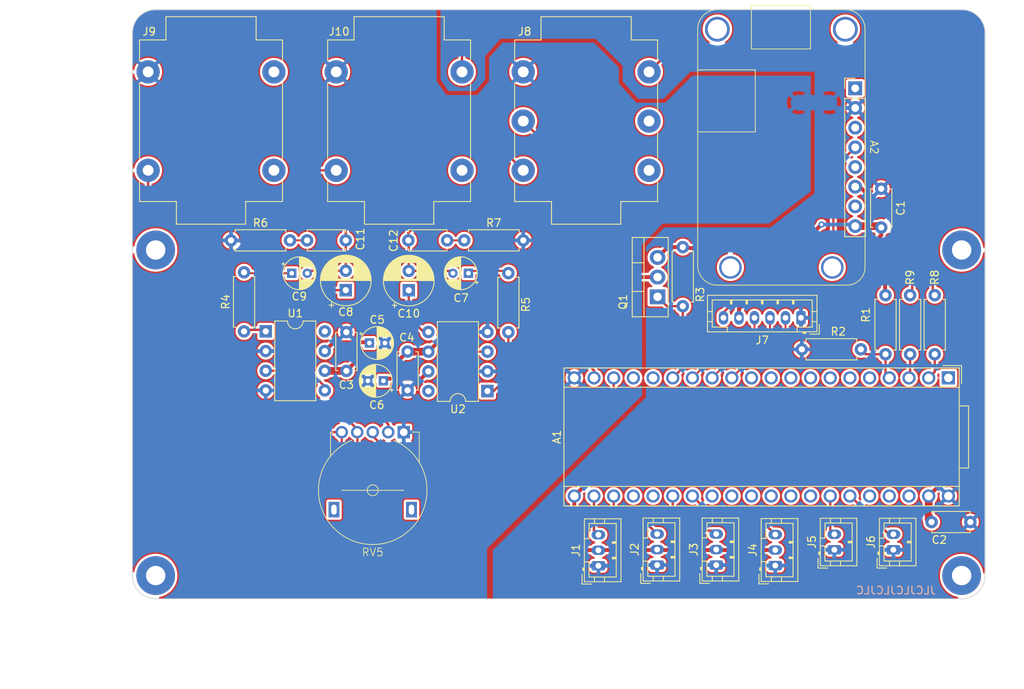
<source format=kicad_pcb>
(kicad_pcb (version 20221018) (generator pcbnew)
  (title_block (title "Olm") (date "2023-09-09") (rev "1.0") (company "Eric Max Kaplin"))
  (layers (0 "F.Cu" mixed) (31 "B.Cu" mixed) (34 "B.Paste" user) (35 "F.Paste" user) (36 "B.SilkS" user "B.Silkscreen") (37 "F.SilkS" user "F.Silkscreen") (38 "B.Mask" user) (39 "F.Mask" user) (44 "Edge.Cuts" user))
  (net 0 "")
  (net 3 "GNDD")
  (net 4 "/LED_PWR_R")
  (net 5 "/LED_PWR_G")
  (net 6 "/LED_PWR_B")
  (net 9 "+3V3")
  (net 10 "/POT1")
  (net 11 "/POT2")
  (net 12 "/POT3")
  (net 13 "/POT4")
  (net 16 "STEREO_SW")
  (net 23 "+5V")
  (net 24 "/TAC_SWITCH_1")
  (net 25 "/TAC_SWITCH_2")
  (net 30 "/PWR_SWITCH")
  (net 31 "HEADPHONE_SW")
  (net 33 "Net-(A2-Low_Battery_Output)")
  (net 34 "GNDA")
  (net 35 "AUDIO_OUT_R")
  (net 36 "AUDIO_OUT_L")
  (net 37 "HEADPHONE_GATE")
  (net 38 "/LOW_BAT")
  (net 41 "+5VA")
  (net 42 "Net-(U1-BYPASS)")
  (net 43 "Net-(U2-BYPASS)")
  (net 44 "Net-(C9-Pad1)")
  (net 45 "/Headphone Amp/HEADPHONE_OUT_R")
  (net 46 "Net-(C11-Pad2)")
  (net 47 "Net-(C7-Pad1)")
  (net 48 "/Headphone Amp/HEADPHONE_OUT_L")
  (net 49 "Net-(C8-Pad1)")
  (net 50 "Net-(C12-Pad1)")
  (net 51 "Net-(C10-Pad1)")
  (net 52 "Net-(J8-PadSN)")
  (net 55 "Net-(J10-PadSN)")
  (net 57 "Net-(R4-Pad1)")
  (net 58 "Net-(R5-Pad1)")
  (net 59 "Net-(U1-+)")
  (net 62 "Net-(RV5-2')")
  (footprint "Capacitor_THT:CP_Radial_D4.0mm_P2.00mm" (layer "F.Cu") (at 94.072026 106.5)
    (fp_text reference "C5" (at 1 -3) (layer "F.SilkS"))
    (fp_text value "10uF")
    (pad "1" thru_hole rect (at 0 0) (size 1.2 1.2) (drill 0.6) (layers "*.Cu" "*.Mask") (net 42 "Net-(U1-BYPASS)"))
    (pad "2" thru_hole circle (at 2 0) (size 1.2 1.2) (drill 0.6) (layers "*.Cu" "*.Mask") (net 34 "GNDA"))
  )
  (footprint "MountingHole:MountingHole_2.5mm_Pad" (layer "F.Cu") (at 66.5 94.5)
    (fp_text reference "H1" hide)
    (fp_text value "MountingHole")
    (pad "1" thru_hole circle (at 0 0) (size 5 5) (drill 2.5) (layers "*.Cu" "*.Mask"))
  )
  (footprint "Connector_JST:JST_PH_B3B-PH-K_1x03_P2.00mm_Vertical" (layer "F.Cu") (at 123.613 135.241233 90)
    (fp_text reference "J1" (at 2 -2.9 90) (layer "F.SilkS"))
    (fp_text value "JST B3B-PH-K")
    (pad "1" thru_hole roundrect (at 0 0 90) (size 1.2 1.75) (drill 0.75) (layers "*.Cu" "*.Mask") (roundrect_rratio 0.2083333333) (net 3 "GNDD"))
    (pad "2" thru_hole oval (at 2 0 90) (size 1.2 1.75) (drill 0.75) (layers "*.Cu" "*.Mask") (net 9 "+3V3"))
    (pad "3" thru_hole oval (at 4 0 90) (size 1.2 1.75) (drill 0.75) (layers "*.Cu" "*.Mask") (net 10 "/POT1"))
  )
  (footprint "Connector_JST:JST_PH_B3B-PH-K_1x03_P2.00mm_Vertical" (layer "F.Cu") (at 131.191 135.145233 90)
    (fp_text reference "J2" (at 2 -2.9 90) (layer "F.SilkS"))
    (fp_text value "JST B3B-PH-K")
    (pad "1" thru_hole roundrect (at 0 0 90) (size 1.2 1.75) (drill 0.75) (layers "*.Cu" "*.Mask") (roundrect_rratio 0.2083333333) (net 3 "GNDD"))
    (pad "2" thru_hole oval (at 2 0 90) (size 1.2 1.75) (drill 0.75) (layers "*.Cu" "*.Mask") (net 9 "+3V3"))
    (pad "3" thru_hole oval (at 4 0 90) (size 1.2 1.75) (drill 0.75) (layers "*.Cu" "*.Mask") (net 11 "/POT2"))
  )
  (footprint "Resistor_THT:R_Axial_DIN0207_L6.3mm_D2.5mm_P7.62mm_Horizontal" (layer "F.Cu") (at 167.005 107.95 90)
    (fp_text reference "R8" (at 9.906 0 90) (layer "F.SilkS"))
    (fp_text value "100")
    (pad "1" thru_hole circle (at 0 0 90) (size 1.6 1.6) (drill 0.8) (layers "*.Cu" "*.Mask") (net 31 "HEADPHONE_SW"))
    (pad "2" thru_hole oval (at 7.62 0 90) (size 1.6 1.6) (drill 0.8) (layers "*.Cu" "*.Mask") (net 52 "Net-(J8-PadSN)"))
  )
  (footprint "Connector_JST:JST_PH_B6B-PH-K_1x06_P2.00mm_Vertical" (layer "F.Cu") (at 149.75 103.25 180)
    (fp_text reference "J7" (at 5 -2.9 180) (layer "F.SilkS"))
    (fp_text value "JST B5B-PH-K")
    (pad "1" thru_hole roundrect (at 0 0 180) (size 1.2 1.75) (drill 0.75) (layers "*.Cu" "*.Mask") (roundrect_rratio 0.2083333333) (net 3 "GNDD"))
    (pad "2" thru_hole oval (at 2 0 180) (size 1.2 1.75) (drill 0.75) (layers "*.Cu" "*.Mask") (net 4 "/LED_PWR_R"))
    (pad "3" thru_hole oval (at 4 0 180) (size 1.2 1.75) (drill 0.75) (layers "*.Cu" "*.Mask") (net 5 "/LED_PWR_G"))
    (pad "4" thru_hole oval (at 6 0 180) (size 1.2 1.75) (drill 0.75) (layers "*.Cu" "*.Mask") (net 6 "/LED_PWR_B"))
    (pad "5" thru_hole oval (at 8 0 180) (size 1.2 1.75) (drill 0.75) (layers "*.Cu" "*.Mask") (net 9 "+3V3"))
    (pad "6" thru_hole oval (at 10 0 180) (size 1.2 1.75) (drill 0.75) (layers "*.Cu" "*.Mask") (net 30 "/PWR_SWITCH"))
  )
  (footprint "Resistor_THT:R_Axial_DIN0207_L6.3mm_D2.5mm_P7.62mm_Horizontal" (layer "F.Cu") (at 83.834626 93.26 180)
    (fp_text reference "R6" (at 3.81 2.25) (layer "F.SilkS"))
    (fp_text value "10")
    (pad "1" thru_hole circle (at 0 0 180) (size 1.6 1.6) (drill 0.8) (layers "*.Cu" "*.Mask") (net 46 "Net-(C11-Pad2)"))
    (pad "2" thru_hole oval (at 7.62 0 180) (size 1.6 1.6) (drill 0.8) (layers "*.Cu" "*.Mask") (net 34 "GNDA"))
  )
  (footprint "Capacitor_THT:C_Disc_D4.7mm_W2.5mm_P5.00mm" (layer "F.Cu") (at 160.1 86.6 -90)
    (fp_text reference "C1" (at 2.5 -2.5 90) (layer "F.SilkS"))
    (fp_text value "0.01uF")
    (pad "1" thru_hole circle (at 0 0 270) (size 1.6 1.6) (drill 0.8) (layers "*.Cu" "*.Mask") (net 3 "GNDD"))
    (pad "2" thru_hole circle (at 5 0 270) (size 1.6 1.6) (drill 0.8) (layers "*.Cu" "*.Mask") (net 23 "+5V"))
  )
  (footprint "Capacitor_THT:C_Disc_D4.7mm_W2.5mm_P5.00mm" (layer "F.Cu") (at 166.6 129.6)
    (fp_text reference "C2" (at 1 2.3) (layer "F.SilkS"))
    (fp_text value "0.1uF")
    (pad "1" thru_hole circle (at 0 0) (size 1.6 1.6) (drill 0.8) (layers "*.Cu" "*.Mask") (net 23 "+5V"))
    (pad "2" thru_hole circle (at 5 0) (size 1.6 1.6) (drill 0.8) (layers "*.Cu" "*.Mask") (net 3 "GNDD"))
  )
  (footprint "Capacitor_THT:CP_Radial_D6.3mm_P2.50mm" (layer "F.Cu") (at 99.15 99.7 90)
    (fp_text reference "C10" (at -3 0 180) (layer "F.SilkS"))
    (fp_text value "220uF")
    (pad "1" thru_hole rect (at 0 0 90) (size 1.6 1.6) (drill 0.8) (layers "*.Cu" "*.Mask") (net 51 "Net-(C10-Pad1)"))
    (pad "2" thru_hole circle (at 2.5 0 90) (size 1.6 1.6) (drill 0.8) (layers "*.Cu" "*.Mask") (net 45 "/Headphone Amp/HEADPHONE_OUT_R"))
  )
  (footprint "Connector_JST:JST_PH_B2B-PH-K_1x02_P2.00mm_Vertical" (layer "F.Cu") (at 161.671 133.177233 90)
    (fp_text reference "J6" (at 1 -2.9 90) (layer "F.SilkS"))
    (fp_text value "JST B2B-PH-K")
    (pad "1" thru_hole roundrect (at 0 0 90) (size 1.2 1.75) (drill 0.75) (layers "*.Cu" "*.Mask") (roundrect_rratio 0.2083333333) (net 3 "GNDD"))
    (pad "2" thru_hole oval (at 2 0 90) (size 1.2 1.75) (drill 0.75) (layers "*.Cu" "*.Mask") (net 25 "/TAC_SWITCH_2"))
  )
  (footprint "Capacitor_THT:C_Disc_D4.7mm_W2.5mm_P5.00mm" (layer "F.Cu") (at 91.1 105.1 -90)
    (fp_text reference "C3" (at 6.8 0 -180) (layer "F.SilkS"))
    (fp_text value "0.01uF")
    (pad "1" thru_hole circle (at 0 0 270) (size 1.6 1.6) (drill 0.8) (layers "*.Cu" "*.Mask") (net 34 "GNDA"))
    (pad "2" thru_hole circle (at 5 0 270) (size 1.6 1.6) (drill 0.8) (layers "*.Cu" "*.Mask") (net 41 "+5VA"))
  )
  (footprint "UserLibrary:PowerBoost 500C" (layer "F.Cu") (at 147.1584 81.259633 -90)
    (fp_text reference "A2" (at 0 -12.0234 -90 unlocked) (layer "F.SilkS") (effects (font (thickness 0.125))))
    (fp_text value "Adafruit PowerBoost 500C")
    (pad "" thru_hole circle (at -15.24 -8.315 270) (size 3.2 3.2) (drill 2.5) (layers "*.Cu" "*.Mask"))
    (pad "" thru_hole circle (at -15.24 8.195 270) (size 3.2 3.2) (drill 2.5) (layers "*.Cu" "*.Mask"))
    (pad "" thru_hole circle (at 15.494 -6.63 180) (size 2.9 2.9) (drill 2.3) (layers "*.Cu" "*.Mask"))
    (pad "" thru_hole circle (at 15.494 6.51) (size 2.9 2.9) (drill 2.3) (layers "*.Cu" "*.Mask"))
    (pad "1" thru_hole rect (at -7.62 -9.585) (size 1.778 1.778) (drill 1) (layers "*.Cu" "*.Mask"))
    (pad "2" thru_hole circle (at -5.08 -9.585) (size 1.778 1.778) (drill 1) (layers "*.Cu" "*.Mask") (net 3 "GNDD"))
    (pad "3" thru_hole circle (at -2.54 -9.585) (size 1.778 1.778) (drill 1.016) (layers "*.Cu" "*.Mask"))
    (pad "4" thru_hole circle (at 0 -9.585) (size 1.778 1.778) (drill 1.016) (layers "*.Cu" "*.Mask") (net 30 "/PWR_SWITCH"))
    (pad "5" thru_hole circle (at 2.54 -9.585) (size 1.778 1.778) (drill 1.016) (layers "*.Cu" "*.Mask"))
    (pad "6" thru_hole circle (at 5.08 -9.585) (size 1.778 1.778) (drill 1.016) (layers "*.Cu" "*.Mask") (net 33 "Net-(A2-Low_Battery_Output)"))
    (pad "7" thru_hole circle (at 7.62 -9.585) (size 1.778 1.778) (drill 1.016) (layers "*.Cu" "*.Mask"))
    (pad "8" thru_hole circle (at 10.16 -9.585) (size 1.778 1.778) (drill 1.016) (layers "*.Cu" "*.Mask") (net 23 "+5V"))
  )
  (footprint "Capacitor_THT:CP_Radial_D4.0mm_P2.00mm" (layer "F.Cu") (at 106.85 97.5 180)
    (fp_text reference "C7" (at 0.95 -3.2) (layer "F.SilkS"))
    (fp_text value "10uF")
    (pad "1" thru_hole rect (at 0 0 180) (size 1.2 1.2) (drill 0.6) (layers "*.Cu" "*.Mask") (net 47 "Net-(C7-Pad1)"))
    (pad "2" thru_hole circle (at 2 0 180) (size 1.2 1.2) (drill 0.6) (layers "*.Cu" "*.Mask") (net 45 "/Headphone Amp/HEADPHONE_OUT_R"))
  )
  (footprint "Capacitor_THT:C_Disc_D4.7mm_W2.5mm_P5.00mm" (layer "F.Cu") (at 91.024626 93.26 180)
    (fp_text reference "C11" (at -1.875374 0.16 90) (layer "F.SilkS"))
    (fp_text value "0.1uF")
    (pad "1" thru_hole circle (at 0 0 180) (size 1.6 1.6) (drill 0.8) (layers "*.Cu" "*.Mask") (net 48 "/Headphone Amp/HEADPHONE_OUT_L"))
    (pad "2" thru_hole circle (at 5 0 180) (size 1.6 1.6) (drill 0.8) (layers "*.Cu" "*.Mask") (net 46 "Net-(C11-Pad2)"))
  )
  (footprint "Resistor_THT:R_Axial_DIN0207_L6.3mm_D2.5mm_P7.62mm_Horizontal" (layer "F.Cu") (at 163.83 100.33 -90)
    (fp_text reference "R9" (at -2.286 0 90) (layer "F.SilkS"))
    (fp_text value "100")
    (pad "1" thru_hole circle (at 0 0 270) (size 1.6 1.6) (drill 0.8) (layers "*.Cu" "*.Mask") (net 55 "Net-(J10-PadSN)"))
    (pad "2" thru_hole oval (at 7.62 0 270) (size 1.6 1.6) (drill 0.8) (layers "*.Cu" "*.Mask") (net 16 "STEREO_SW"))
  )
  (footprint "Capacitor_THT:CP_Radial_D6.3mm_P2.50mm" (layer "F.Cu") (at 91.024626 99.68238 90)
    (fp_text reference "C8" (at -2.81762 0 180) (layer "F.SilkS"))
    (fp_text value "220uF")
    (pad "1" thru_hole rect (at 0 0 90) (size 1.6 1.6) (drill 0.8) (layers "*.Cu" "*.Mask") (net 49 "Net-(C8-Pad1)"))
    (pad "2" thru_hole circle (at 2.5 0 90) (size 1.6 1.6) (drill 0.8) (layers "*.Cu" "*.Mask") (net 48 "/Headphone Amp/HEADPHONE_OUT_L"))
  )
  (footprint "Connector_JST:JST_PH_B3B-PH-K_1x03_P2.00mm_Vertical" (layer "F.Cu") (at 146.431 135.209233 90)
    (fp_text reference "J4" (at 2 -2.9 90) (layer "F.SilkS"))
    (fp_text value "JST B3B-PH-K")
    (pad "1" thru_hole roundrect (at 0 0 90) (size 1.2 1.75) (drill 0.75) (layers "*.Cu" "*.Mask") (roundrect_rratio 0.2083333333) (net 3 "GNDD"))
    (pad "2" thru_hole oval (at 2 0 90) (size 1.2 1.75) (drill 0.75) (layers "*.Cu" "*.Mask") (net 9 "+3V3"))
    (pad "3" thru_hole oval (at 4 0 90) (size 1.2 1.75) (drill 0.75) (layers "*.Cu" "*.Mask") (net 13 "/POT4"))
  )
  (footprint "UserLibrary:Jack_6.35mm_Neutrik_NMJ4HCD2_Horizontal" (layer "F.Cu") (at 65.524626 84.2224 90)
    (fp_text reference "J9" (at 17.899 0.143) (layer "F.SilkS"))
    (fp_text value "NMJ4HCD2")
    (pad "S" thru_hole circle (at 12.7 0 90) (size 3 3) (drill 1.4) (layers "*.Cu" "*.Mask") (net 34 "GNDA"))
    (pad "SN" thru_hole circle (at 12.7 16.23 90) (size 3 3) (drill 1.4) (layers "*.Cu" "*.Mask"))
    (pad "T" thru_hole circle (at 0 0 90) (size 3 3) (drill 1.4) (layers "*.Cu" "*.Mask") (net 36 "AUDIO_OUT_L"))
    (pad "TN" thru_hole circle (at 0 16.23 90) (size 3 3) (drill 1.4) (layers "*.Cu" "*.Mask"))
  )
  (footprint "Resistor_THT:R_Axial_DIN0207_L6.3mm_D2.5mm_P7.62mm_Horizontal" (layer "F.Cu") (at 112 105.1 90)
    (fp_text reference "R5" (at 3.56 2.25 90) (layer "F.SilkS"))
    (fp_text value "18K")
    (pad "1" thru_hole circle (at 0 0 90) (size 1.6 1.6) (drill 0.8) (layers "*.Cu" "*.Mask") (net 58 "Net-(R5-Pad1)"))
    (pad "2" thru_hole oval (at 7.62 0 90) (size 1.6 1.6) (drill 0.8) (layers "*.Cu" "*.Mask") (net 47 "Net-(C7-Pad1)"))
  )
  (footprint "UserLibrary:Jack_6.35mm_Neutrik_NMJ4HCD2_Horizontal" (layer "F.Cu") (at 89.789 84.2224 90)
    (fp_text reference "J10" (at 17.899 0.38) (layer "F.SilkS"))
    (fp_text value "NMJ4HCD2")
    (pad "S" thru_hole circle (at 12.7 0 90) (size 3 3) (drill 1.4) (layers "*.Cu" "*.Mask") (net 34 "GNDA"))
    (pad "SN" thru_hole circle (at 12.7 16.23 90) (size 3 3) (drill 1.4) (layers "*.Cu" "*.Mask") (net 55 "Net-(J10-PadSN)"))
    (pad "T" thru_hole circle (at 0 0 90) (size 3 3) (drill 1.4) (layers "*.Cu" "*.Mask") (net 35 "AUDIO_OUT_R"))
    (pad "TN" thru_hole circle (at 0 16.23 90) (size 3 3) (drill 1.4) (layers "*.Cu" "*.Mask"))
  )
  (footprint "UserLibrary:Electrosmith_Daisy_Seed" (layer "F.Cu") (at 168.764626 111 -90)
    (fp_text reference "A1" (at 7.62 50.514626 90) (layer "F.SilkS"))
    (fp_text value "Electrosmith Daisy Seed Rev4")
    (pad "1" thru_hole rect (at 0 0 270) (size 1.7 1.7) (drill 1.1) (layers "*.Cu" "*.Mask"))
    (pad "2" thru_hole circle (at 0 2.54 270) (size 1.7 1.7) (drill 1.1) (layers "*.Cu" "*.Mask") (net 31 "HEADPHONE_SW"))
    (pad "3" thru_hole circle (at 0 5.08 270) (size 1.7 1.7) (drill 1.1) (layers "*.Cu" "*.Mask") (net 16 "STEREO_SW"))
    (pad "4" thru_hole circle (at 0 7.62 270) (size 1.7 1.7) (drill 1.1) (layers "*.Cu" "*.Mask") (net 38 "/LOW_BAT"))
    (pad "5" thru_hole circle (at 0 10.16 270) (size 1.7 1.7) (drill 1.1) (layers "*.Cu" "*.Mask"))
    (pad "6" thru_hole circle (at 0 12.7 270) (size 1.7 1.7) (drill 1.1) (layers "*.Cu" "*.Mask"))
    (pad "7" thru_hole circle (at 0 15.24 270) (size 1.7 1.7) (drill 1.1) (layers "*.Cu" "*.Mask"))
    (pad "8" thru_hole circle (at 0 17.78 270) (size 1.7 1.7) (drill 1.1) (layers "*.Cu" "*.Mask"))
    (pad "9" thru_hole circle (at 0 20.32 270) (size 1.7 1.7) (drill 1.1) (layers "*.Cu" "*.Mask"))
    (pad "10" thru_hole circle (at 0 22.86 270) (size 1.7 1.7) (drill 1.1) (layers "*.Cu" "*.Mask"))
    (pad "11" thru_hole circle (at 0 25.4 270) (size 1.7 1.7) (drill 1.1) (layers "*.Cu" "*.Mask"))
    (pad "12" thru_hole circle (at 0 27.94 270) (size 1.7 1.7) (drill 1.1) (layers "*.Cu" "*.Mask") (net 4 "/LED_PWR_R"))
    (pad "13" thru_hole circle (at 0 30.48 270) (size 1.7 1.7) (drill 1.1) (layers "*.Cu" "*.Mask") (net 5 "/LED_PWR_G"))
    (pad "14" thru_hole circle (at 0 33.02 270) (size 1.7 1.7) (drill 1.1) (layers "*.Cu" "*.Mask") (net 6 "/LED_PWR_B"))
    (pad "15" thru_hole circle (at 0 35.56 270) (size 1.7 1.7) (drill 1.1) (layers "*.Cu" "*.Mask") (net 37 "HEADPHONE_GATE"))
    (pad "16" thru_hole circle (at 0 38.1 270) (size 1.7 1.7) (drill 1.1) (layers "*.Cu" "*.Mask"))
    (pad "17" thru_hole circle (at 0 40.64 270) (size 1.7 1.7) (drill 1.1) (layers "*.Cu" "*.Mask"))
    (pad "18" thru_hole circle (at 0 43.18 270) (size 1.7 1.7) (drill 1.1) (layers "*.Cu" "*.Mask") (net 36 "AUDIO_OUT_L"))
    (pad "19" thru_hole circle (at 0 45.72 270) (size 1.7 1.7) (drill 1.1) (layers "*.Cu" "*.Mask") (net 35 "AUDIO_OUT_R"))
    (pad "20" thru_hole circle (at 0 48.26 270) (size 1.7 1.7) (drill 1.1) (layers "*.Cu" "*.Mask") (net 34 "GNDA"))
    (pad "21" thru_hole circle (at 15.24 48.26 270) (size 1.7 1.7) (drill 1.1) (layers "*.Cu" "*.Mask") (net 9 "+3V3"))
    (pad "22" thru_hole circle (at 15.24 45.72 270) (size 1.7 1.7) (drill 1.1) (layers "*.Cu" "*.Mask") (net 10 "/POT1"))
    (pad "23" thru_hole circle (at 15.24 43.18 270) (size 1.7 1.7) (drill 1.1) (layers "*.Cu" "*.Mask") (net 11 "/POT2"))
    (pad "24" thru_hole circle (at 15.24 40.64 270) (size 1.7 1.7) (drill 1.1) (layers "*.Cu" "*.Mask"))
    (pad "25" thru_hole circle (at 15.24 38.1 270) (size 1.7 1.7) (drill 1.1) (layers "*.Cu" "*.Mask"))
    (pad "26" thru_hole circle (at 15.24 35.56 270) (size 1.7 1.7) (drill 1.1) (layers "*.Cu" "*.Mask") (net 12 "/POT3"))
    (pad "27" thru_hole circle (at 15.24 33.02 270) (size 1.7 1.7) (drill 1.1) (layers "*.Cu" "*.Mask") (net 13 "/POT4"))
    (pad "28" thru_hole circle (at 15.24 30.48 270) (size 1.7 1.7) (drill 1.1) (layers "*.Cu" "*.Mask"))
    (pad "29" thru_hole circle (at 15.24 27.94 270) (size 1.7 1.7) (drill 1.1) (layers "*.Cu" "*.Mask"))
    (pad "30" thru_hole circle (at 15.24 25.4 270) (size 1.7 1.7) (drill 1.1) (layers "*.Cu" "*.Mask"))
    (pad "31" thru_hole circle (at 15.24 22.86 270) (size 1.7 1.7) (drill 1.1) (layers "*.Cu" "*.Mask"))
    (pad "32" thru_hole circle (at 15.24 20.32 270) (size 1.7 1.7) (drill 1.1) (layers "*.Cu" "*.Mask"))
    (pad "33" thru_hole circle (at 15.24 17.78 270) (size 1.7 1.7) (drill 1.1) (layers "*.Cu" "*.Mask"))
    (pad "34" thru_hole circle (at 15.24 15.24 270) (size 1.7 1.7) (drill 1.1) (layers "*.Cu" "*.Mask") (net 24 "/TAC_SWITCH_1"))
    (pad "35" thru_hole circle (at 15.24 12.7 270) (size 1.7 1.7) (drill 1.1) (layers "*.Cu" "*.Mask") (net 25 "/TAC_SWITCH_2"))
    (pad "36" thru_hole circle (at 15.24 10.16 270) (size 1.7 1.7) (drill 1.1) (layers "*.Cu" "*.Mask"))
    (pad "37" thru_hole circle (at 15.24 7.62 270) (size 1.7 1.7) (drill 1.1) (layers "*.Cu" "*.Mask"))
    (pad "38" thru_hole circle (at 15.24 5.08 270) (size 1.7 1.7) (drill 1.1) (layers "*.Cu" "*.Mask"))
    (pad "39" thru_hole circle (at 15.24 2.54 270) (size 1.7 1.7) (drill 1.1) (layers "*.Cu" "*.Mask") (net 23 "+5V"))
    (pad "40" thru_hole circle (at 15.24 0 270) (size 1.7 1.7) (drill 1.1) (layers "*.Cu" "*.Mask") (net 3 "GNDD"))
  )
  (footprint "UserLibrary:RK10J12E002L" (layer "F.Cu") (at 94.5 133 180)
    (fp_text reference "RV5" (at 0 -0.5 unlocked) (layer "F.SilkS") (effects (font (thickness 0.1))))
    (fp_text value "RK10J12E002L")
    (pad "1" thru_hole rect (at -4 15 180) (size 1.6 1.6) (drill 1) (layers "*.Cu" "*.Mask") (net 34 "GNDA"))
    (pad "2" thru_hole circle (at -2 15 180) (size 1.6 1.6) (drill 1) (layers "*.Cu" "*.Mask") (net 59 "Net-(U1-+)"))
    (pad "3" thru_hole circle (at 0 15 180) (size 1.6 1.6) (drill 1) (layers "*.Cu" "*.Mask") (net 62 "Net-(RV5-2')"))
    (pad "4" thru_hole circle (at 2 15 180) (size 1.6 1.6) (drill 1) (layers "*.Cu" "*.Mask") (net 35 "AUDIO_OUT_R"))
    (pad "5" thru_hole circle (at 4 15 180) (size 1.6 1.6) (drill 1) (layers "*.Cu" "*.Mask") (net 36 "AUDIO_OUT_L"))
    (pad "6" thru_hole rect (at 5 5 180) (size 1.4 2) (drill oval 0.7 1.3) (layers "*.Cu" "*.Mask"))
    (pad "7" thru_hole rect (at -5 5 180) (size 1.4 2) (drill oval 0.7 1.3) (layers "*.Cu" "*.Mask"))
  )
  (footprint "Package_TO_SOT_THT:TO-220-3_Vertical" (layer "F.Cu") (at 131.25 100.54 90)
    (fp_text reference "Q1" (at -0.66 -4.45 90) (layer "F.SilkS"))
    (fp_text value "IRF9540N")
    (pad "1" thru_hole rect (at 0 0 90) (size 1.905 2) (drill 1.1) (layers "*.Cu" "*.Mask") (net 37 "HEADPHONE_GATE"))
    (pad "2" thru_hole oval (at 2.54 0 90) (size 1.905 2) (drill 1.1) (layers "*.Cu" "*.Mask") (net 41 "+5VA"))
    (pad "3" thru_hole oval (at 5.08 0 90) (size 1.905 2) (drill 1.1) (layers "*.Cu" "*.Mask") (net 23 "+5V"))
  )
  (footprint "Resistor_THT:R_Axial_DIN0207_L6.3mm_D2.5mm_P7.62mm_Horizontal" (layer "F.Cu") (at 134.5 101.75 90)
    (fp_text reference "R3" (at 1.5 2.25 90) (layer "F.SilkS"))
    (fp_text value "20K")
    (pad "1" thru_hole circle (at 0 0 90) (size 1.6 1.6) (drill 0.8) (layers "*.Cu" "*.Mask") (net 37 "HEADPHONE_GATE"))
    (pad "2" thru_hole oval (at 7.62 0 90) (size 1.6 1.6) (drill 0.8) (layers "*.Cu" "*.Mask") (net 23 "+5V"))
  )
  (footprint "Resistor_THT:R_Axial_DIN0207_L6.3mm_D2.5mm_P7.62mm_Horizontal" (layer "F.Cu") (at 77.9 105 90)
    (fp_text reference "R4" (at 3.81 -2.37 90) (layer "F.SilkS"))
    (fp_text value "18K")
    (pad "1" thru_hole circle (at 0 0 90) (size 1.6 1.6) (drill 0.8) (layers "*.Cu" "*.Mask") (net 57 "Net-(R4-Pad1)"))
    (pad "2" thru_hole oval (at 7.62 0 90) (size 1.6 1.6) (drill 0.8) (layers "*.Cu" "*.Mask") (net 44 "Net-(C9-Pad1)"))
  )
  (footprint "Package_DIP:DIP-8_W7.62mm" (layer "F.Cu") (at 109.3 112.7 180)
    (fp_text reference "U2" (at 3.81 -2.33) (layer "F.SilkS"))
    (fp_text value "LM386")
    (pad "1" thru_hole rect (at 0 0 180) (size 1.6 1.6) (drill 0.8) (layers "*.Cu" "*.Mask") (net 58 "Net-(R5-Pad1)"))
    (pad "2" thru_hole oval (at 0 2.54 180) (size 1.6 1.6) (drill 0.8) (layers "*.Cu" "*.Mask") (net 34 "GNDA"))
    (pad "3" thru_hole oval (at 0 5.08 180) (size 1.6 1.6) (drill 0.8) (layers "*.Cu" "*.Mask") (net 62 "Net-(RV5-2')"))
    (pad "4" thru_hole oval (at 0 7.62 180) (size 1.6 1.6) (drill 0.8) (layers "*.Cu" "*.Mask") (net 34 "GNDA"))
    (pad "5" thru_hole oval (at 7.62 7.62 180) (size 1.6 1.6) (drill 0.8) (layers "*.Cu" "*.Mask") (net 51 "Net-(C10-Pad1)"))
    (pad "6" thru_hole oval (at 7.62 5.08 180) (size 1.6 1.6) (drill 0.8) (layers "*.Cu" "*.Mask") (net 41 "+5VA"))
    (pad "7" thru_hole oval (at 7.62 2.54 180) (size 1.6 1.6) (drill 0.8) (layers "*.Cu" "*.Mask") (net 43 "Net-(U2-BYPASS)"))
    (pad "8" thru_hole oval (at 7.62 0 180) (size 1.6 1.6) (drill 0.8) (layers "*.Cu" "*.Mask"))
  )
  (footprint "Connector_JST:JST_PH_B3B-PH-K_1x03_P2.00mm_Vertical" (layer "F.Cu") (at 138.811 135.145233 90)
    (fp_text reference "J3" (at 2 -2.9 90) (layer "F.SilkS"))
    (fp_text value "JST B3B-PH-K")
    (pad "1" thru_hole roundrect (at 0 0 90) (size 1.2 1.75) (drill 0.75) (layers "*.Cu" "*.Mask") (roundrect_rratio 0.2083333333) (net 3 "GNDD"))
    (pad "2" thru_hole oval (at 2 0 90) (size 1.2 1.75) (drill 0.75) (layers "*.Cu" "*.Mask") (net 9 "+3V3"))
    (pad "3" thru_hole oval (at 4 0 90) (size 1.2 1.75) (drill 0.75) (layers "*.Cu" "*.Mask") (net 12 "/POT3"))
  )
  (footprint "UserLibrary:Jack_6.35mm_Neutrik_NMJ6HCD2_Horizontal" (layer "F.Cu") (at 113.919 84.2224 90)
    (fp_text reference "J8" (at 17.899 0.184) (layer "F.SilkS"))
    (fp_text value "NMJ6HCD2")
    (pad "R" thru_hole circle (at 6.35 0 90) (size 3 3) (drill 1.4) (layers "*.Cu" "*.Mask") (net 45 "/Headphone Amp/HEADPHONE_OUT_R"))
    (pad "RN" thru_hole circle (at 6.35 16.23 90) (size 3 3) (drill 1.4) (layers "*.Cu" "*.Mask"))
    (pad "S" thru_hole circle (at 12.7 0 90) (size 3 3) (drill 1.4) (layers "*.Cu" "*.Mask") (net 34 "GNDA"))
    (pad "SN" thru_hole circle (at 12.7 16.23 90) (size 3 3) (drill 1.4) (layers "*.Cu" "*.Mask") (net 52 "Net-(J8-PadSN)"))
    (pad "T" thru_hole circle (at 0 0 90) (size 3 3) (drill 1.4) (layers "*.Cu" "*.Mask") (net 48 "/Headphone Amp/HEADPHONE_OUT_L"))
    (pad "TN" thru_hole circle (at 0 16.23 90) (size 3 3) (drill 1.4) (layers "*.Cu" "*.Mask"))
  )
  (footprint "Resistor_THT:R_Axial_DIN0207_L6.3mm_D2.5mm_P7.62mm_Horizontal" (layer "F.Cu") (at 106.3 93.26)
    (fp_text reference "R7" (at 3.81 -2.25) (layer "F.SilkS"))
    (fp_text value "10")
    (pad "1" thru_hole circle (at 0 0) (size 1.6 1.6) (drill 0.8) (layers "*.Cu" "*.Mask") (net 50 "Net-(C12-Pad1)"))
    (pad "2" thru_hole oval (at 7.62 0) (size 1.6 1.6) (drill 0.8) (layers "*.Cu" "*.Mask") (net 34 "GNDA"))
  )
  (footprint "Capacitor_THT:CP_Radial_D4.0mm_P2.00mm" (layer "F.Cu") (at 84.052027 97.5)
    (fp_text reference "C9" (at 0.972599 3) (layer "F.SilkS"))
    (fp_text value "10uF")
    (pad "1" thru_hole rect (at 0 0) (size 1.2 1.2) (drill 0.6) (layers "*.Cu" "*.Mask") (net 44 "Net-(C9-Pad1)"))
    (pad "2" thru_hole circle (at 2 0) (size 1.2 1.2) (drill 0.6) (layers "*.Cu" "*.Mask") (net 48 "/Headphone Amp/HEADPHONE_OUT_L"))
  )
  (footprint "Capacitor_THT:C_Disc_D4.7mm_W2.5mm_P5.00mm" (layer "F.Cu") (at 99 112.6 90)
    (fp_text reference "C4" (at 6.8 -0.1 180) (layer "F.SilkS"))
    (fp_text value "0.01uF")
    (pad "1" thru_hole circle (at 0 0 90) (size 1.6 1.6) (drill 0.8) (layers "*.Cu" "*.Mask") (net 34 "GNDA"))
    (pad "2" thru_hole circle (at 5 0 90) (size 1.6 1.6) (drill 0.8) (layers "*.Cu" "*.Mask") (net 41 "+5VA"))
  )
  (footprint "Package_DIP:DIP-8_W7.62mm" (layer "F.Cu") (at 80.7 105)
    (fp_text reference "U1" (at 3.81 -2.33) (layer "F.SilkS"))
    (fp_text value "LM386")
    (pad "1" thru_hole rect (at 0 0) (size 1.6 1.6) (drill 0.8) (layers "*.Cu" "*.Mask") (net 57 "Net-(R4-Pad1)"))
    (pad "2" thru_hole oval (at 0 2.54) (size 1.6 1.6) (drill 0.8) (layers "*.Cu" "*.Mask") (net 34 "GNDA"))
    (pad "3" thru_hole oval (at 0 5.08) (size 1.6 1.6) (drill 0.8) (layers "*.Cu" "*.Mask") (net 59 "Net-(U1-+)"))
    (pad "4" thru_hole oval (at 0 7.62) (size 1.6 1.6) (drill 0.8) (layers "*.Cu" "*.Mask") (net 34 "GNDA"))
    (pad "5" thru_hole oval (at 7.62 7.62) (size 1.6 1.6) (drill 0.8) (layers "*.Cu" "*.Mask") (net 49 "Net-(C8-Pad1)"))
    (pad "6" thru_hole oval (at 7.62 5.08) (size 1.6 1.6) (drill 0.8) (layers "*.Cu" "*.Mask") (net 41 "+5VA"))
    (pad "7" thru_hole oval (at 7.62 2.54) (size 1.6 1.6) (drill 0.8) (layers "*.Cu" "*.Mask") (net 42 "Net-(U1-BYPASS)"))
    (pad "8" thru_hole oval (at 7.62 0) (size 1.6 1.6) (drill 0.8) (layers "*.Cu" "*.Mask"))
  )
  (footprint "Capacitor_THT:CP_Radial_D4.0mm_P2.00mm" (layer "F.Cu") (at 95.877226 111.38 180)
    (fp_text reference "C6" (at 0.8526 -3.12) (layer "F.SilkS"))
    (fp_text value "10uF")
    (pad "1" thru_hole rect (at 0 0 180) (size 1.2 1.2) (drill 0.6) (layers "*.Cu" "*.Mask") (net 43 "Net-(U2-BYPASS)"))
    (pad "2" thru_hole circle (at 2 0 180) (size 1.2 1.2) (drill 0.6) (layers "*.Cu" "*.Mask") (net 34 "GNDA"))
  )
  (footprint "Capacitor_THT:C_Disc_D4.7mm_W2.5mm_P5.00mm" (layer "F.Cu") (at 104.1 93.26 180)
    (fp_text reference "C12" (at 6.9 -0.04 90) (layer "F.SilkS"))
    (fp_text value "0.1uF")
    (pad "1" thru_hole circle (at 0 0 180) (size 1.6 1.6) (drill 0.8) (layers "*.Cu" "*.Mask") (net 50 "Net-(C12-Pad1)"))
    (pad "2" thru_hole circle (at 5 0 180) (size 1.6 1.6) (drill 0.8) (layers "*.Cu" "*.Mask") (net 45 "/Headphone Amp/HEADPHONE_OUT_R"))
  )
  (footprint "MountingHole:MountingHole_2.5mm_Pad" (layer "F.Cu") (at 170.475374 94.5)
    (fp_text reference "H2" hide)
    (fp_text value "MountingHole")
    (pad "1" thru_hole circle (at 0 0) (size 5 5) (drill 2.5) (layers "*.Cu" "*.Mask"))
  )
  (footprint "Resistor_THT:R_Axial_DIN0207_L6.3mm_D2.5mm_P7.62mm_Horizontal" (layer "F.Cu") (at 160.655 100.33 -90)
    (fp_text reference "R1" (at 2.54 2.54 90) (layer "F.SilkS"))
    (fp_text value "330K")
    (pad "1" thru_hole circle (at 0 0 270) (size 1.6 1.6) (drill 0.8) (layers "*.Cu" "*.Mask") (net 33 "Net-(A2-Low_Battery_Output)"))
    (pad "2" thru_hole oval (at 7.62 0 270) (size 1.6 1.6) (drill 0.8) (layers "*.Cu" "*.Mask") (net 38 "/LOW_BAT"))
  )
  (footprint "MountingHole:MountingHole_2.5mm_Pad" (layer "F.Cu") (at 170.475374 136.5)
    (fp_text reference "H4" hide)
    (fp_text value "MountingHole")
    (pad "1" thru_hole circle (at 0 0) (size 5 5) (drill 2.5) (layers "*.Cu" "*.Mask"))
  )
  (footprint "MountingHole:MountingHole_2.5mm_Pad" (layer "F.Cu") (at 66.5 136.5)
    (fp_text reference "H3" hide)
    (fp_text value "MountingHole")
    (pad "1" thru_hole circle (at 0 0) (size 5 5) (drill 2.5) (layers "*.Cu" "*.Mask"))
  )
  (footprint "Resistor_THT:R_Axial_DIN0207_L6.3mm_D2.5mm_P7.62mm_Horizontal" (layer "F.Cu") (at 157.48 107.315 180)
    (fp_text reference "R2" (at 2.921 2.286) (layer "F.SilkS"))
    (fp_text value "1M")
    (pad "1" thru_hole circle (at 0 0 180) (size 1.6 1.6) (drill 0.8) (layers "*.Cu" "*.Mask") (net 38 "/LOW_BAT"))
    (pad "2" thru_hole oval (at 7.62 0 180) (size 1.6 1.6) (drill 0.8) (layers "*.Cu" "*.Mask") (net 3 "GNDD"))
  )
  (footprint "Connector_JST:JST_PH_B2B-PH-K_1x02_P2.00mm_Vertical" (layer "F.Cu") (at 154.051 133.177233 90)
    (fp_text reference "J5" (at 1 -2.9 90) (layer "F.SilkS"))
    (fp_text value "JST B2B-PH-K")
    (pad "1" thru_hole roundrect (at 0 0 90) (size 1.2 1.75) (drill 0.75) (layers "*.Cu" "*.Mask") (roundrect_rratio 0.2083333333) (net 3 "GNDD"))
    (pad "2" thru_hole oval (at 2 0 90) (size 1.2 1.75) (drill 0.75) (layers "*.Cu" "*.Mask") (net 24 "/TAC_SWITCH_1"))
  )
  (footprint "NetTie:NetTie-2_SMD_Pad2.0mm" (layer "B.Cu") (at 151.424626 75.5 180)
    (fp_text reference "NT1" hide)
    (fp_text value "NetTie_2" hide)
    (fp_poly (pts (xy -2 1) (xy 2 1) (xy 2 -1) (xy -2 -1)) (fill solid) (layer "B.Cu"))
    (pad "1" smd circle (at -2 0 180) (size 2 2) (layers "B.Cu") (net 3 "GNDD"))
    (pad "2" smd circle (at 2 0 180) (size 2 2) (layers "B.Cu") (net 34 "GNDA"))
  )
  (gr_line (start 170.5 139.5) (end 66.5 139.5) (stroke (width 0.1)) (layer "Edge.Cuts"))
  (gr_arc (start 66.5 139.5) (mid 64.37868 138.62132) (end 63.5 136.5) (stroke (width 0.1)) (layer "Edge.Cuts"))
  (gr_arc (start 170.5 63.5) (mid 172.62132 64.37868) (end 173.5 66.5) (stroke (width 0.1)) (layer "Edge.Cuts"))
  (gr_line (start 63.5 136.5) (end 63.5 66.5) (stroke (width 0.1)) (layer "Edge.Cuts"))
  (gr_arc (start 173.5 136.5) (mid 172.62132 138.62132) (end 170.5 139.5) (stroke (width 0.1)) (layer "Edge.Cuts"))
  (gr_arc (start 63.5 66.5) (mid 64.37868 64.37868) (end 66.5 63.5) (stroke (width 0.1)) (layer "Edge.Cuts"))
  (gr_line (start 173.5 66.5) (end 173.5 136.5) (stroke (width 0.1)) (layer "Edge.Cuts"))
  (gr_line (start 66.5 63.5) (end 170.5 63.5) (stroke (width 0.1)) (layer "Edge.Cuts"))
  (gr_text "JLCJLCJLCJLC" (at 167.25 139) (layer "B.SilkS") (effects (font (size 1 1)) (justify left bottom mirror)))
  (segment (start 154.104626 76.18) (end 153.424626 75.5) (width 0.5) (layer "B.Cu") (net 3))
  (segment (start 156.754626 76.18) (end 154.104626 76.18) (width 0.5) (layer "B.Cu") (net 3))
  (segment (start 147.75 105.996) (end 144.653 109.093) (width 0.25) (layer "F.Cu") (net 4))
  (segment (start 144.653 109.093) (end 142.731626 109.093) (width 0.25) (layer "F.Cu") (net 4))
  (segment (start 147.75 103.25) (end 147.75 105.996) (width 0.25) (layer "F.Cu") (net 4))
  (segment (start 142.731626 109.093) (end 140.824626 111) (width 0.25) (layer "F.Cu") (net 4))
  (segment (start 145.75 105.456) (end 143.383 107.823) (width 0.25) (layer "F.Cu") (net 5))
  (segment (start 145.75 103.25) (end 145.75 105.456) (width 0.25) (layer "F.Cu") (net 5))
  (segment (start 143.383 107.823) (end 141.461626 107.823) (width 0.25) (layer "F.Cu") (net 5))
  (segment (start 141.461626 107.823) (end 138.284626 111) (width 0.25) (layer "F.Cu") (net 5))
  (segment (start 140.064626 106.68) (end 135.744626 111) (width 0.25) (layer "F.Cu") (net 6))
  (segment (start 143.75 104.916) (end 141.986 106.68) (width 0.25) (layer "F.Cu") (net 6))
  (segment (start 143.75 103.25) (end 143.75 104.916) (width 0.25) (layer "F.Cu") (net 6))
  (segment (start 141.986 106.68) (end 140.064626 106.68) (width 0.25) (layer "F.Cu") (net 6))
  (segment (start 168.021 105.791) (end 171.323 109.093) (width 0.5) (layer "F.Cu") (net 9))
  (segment (start 154.051 100.838) (end 159.004 105.791) (width 0.5) (layer "F.Cu") (net 9))
  (segment (start 141.75 102.09) (end 143.002 100.838) (width 0.5) (layer "F.Cu") (net 9))
  (segment (start 171.323 112.395) (end 164.338 119.38) (width 0.5) (layer "F.Cu") (net 9))
  (segment (start 127.364626 119.38) (end 120.504626 126.24) (width 0.5) (layer "F.Cu") (net 9))
  (segment (start 159.004 105.791) (end 168.021 105.791) (width 0.5) (layer "F.Cu") (net 9))
  (segment (start 121.909233 133.209233) (end 146.431 133.209233) (width 0.5) (layer "F.Cu") (net 9))
  (segment (start 120.504626 126.24) (end 120.504626 131.804626) (width 0.5) (layer "F.Cu") (net 9))
  (segment (start 120.504626 131.804626) (end 121.909233 133.209233) (width 0.5) (layer "F.Cu") (net 9))
  (segment (start 143.002 100.838) (end 154.051 100.838) (width 0.5) (layer "F.Cu") (net 9))
  (segment (start 164.338 119.38) (end 127.364626 119.38) (width 0.5) (layer "F.Cu") (net 9))
  (segment (start 171.323 109.093) (end 171.323 112.395) (width 0.5) (layer "F.Cu") (net 9))
  (segment (start 141.75 103.25) (end 141.75 102.09) (width 0.5) (layer "F.Cu") (net 9))
  (segment (start 123.044626 126.24) (end 123.044626 130.672859) (width 0.3) (layer "F.Cu") (net 10))
  (segment (start 123.044626 130.672859) (end 123.613 131.241233) (width 0.3) (layer "F.Cu") (net 10))
  (segment (start 125.584626 126.24) (end 125.584626 127.884626) (width 0.3) (layer "F.Cu") (net 11))
  (segment (start 125.584626 127.884626) (end 126.2 128.5) (width 0.3) (layer "F.Cu") (net 11))
  (segment (start 126.2 128.5) (end 128.545767 128.5) (width 0.3) (layer "F.Cu") (net 11))
  (segment (start 128.545767 128.5) (end 131.191 131.145233) (width 0.3) (layer "F.Cu") (net 11))
  (segment (start 138.365767 130.7) (end 138.811 131.145233) (width 0.3) (layer "F.Cu") (net 12))
  (segment (start 136.3 130.7) (end 138.365767 130.7) (width 0.3) (layer "F.Cu") (net 12))
  (segment (start 133.204626 126.24) (end 133.204626 127.604626) (width 0.3) (layer "F.Cu") (net 12))
  (segment (start 133.204626 127.604626) (end 136.3 130.7) (width 0.3) (layer "F.Cu") (net 12))
  (segment (start 137.704626 128.2) (end 143.421767 128.2) (width 0.3) (layer "F.Cu") (net 13))
  (segment (start 135.744626 126.24) (end 137.704626 128.2) (width 0.3) (layer "F.Cu") (net 13))
  (segment (start 143.421767 128.2) (end 146.431 131.209233) (width 0.3) (layer "F.Cu") (net 13))
  (segment (start 163.83 107.95) (end 163.83 110.854626) (width 0.3) (layer "F.Cu") (net 16))
  (segment (start 172.593 119.871626) (end 172.593 107.696) (width 0.5) (layer "F.Cu") (net 23))
  (segment (start 166.224626 126.24) (end 172.593 119.871626) (width 0.5) (layer "F.Cu") (net 23))
  (segment (start 152.384 91.216) (end 149.35 94.25) (width 0.5) (layer "F.Cu") (net 23))
  (segment (start 157.5 100.985) (end 157.5 95.2) (width 0.5) (layer "F.Cu") (net 23))
  (segment (start 149.35 94.25) (end 134.62 94.25) (width 0.5) (layer "F.Cu") (net 23))
  (segment (start 157.5 95.2) (end 160.1 92.6) (width 0.5) (layer "F.Cu") (net 23))
  (segment (start 132.58 94.13) (end 131.25 95.46) (width 0.5) (layer "F.Cu") (net 23))
  (segment (start 160.1 92.6) (end 160.1 91.6) (width 0.5) (layer "F.Cu") (net 23))
  (segment (start 160.274 103.759) (end 157.5 100.985) (width 0.5) (layer "F.Cu") (net 23))
  (segment (start 166.224626 126.24) (end 166.224626 129.224626) (width 1) (layer "F.Cu") (net 23))
  (segment (start 134.5 94.13) (end 132.58 94.13) (width 0.5) (layer "F.Cu") (net 23))
  (segment (start 172.593 107.696) (end 168.656 103.759) (width 0.5) (layer "F.Cu") (net 23))
  (segment (start 152.4 91.216) (end 152.384 91.216) (width 0.5) (layer "F.Cu") (net 23))
  (segment (start 156.7434 91.419633) (end 159.919633 91.419633) (width 1) (layer "F.Cu") (net 23))
  (segment (start 168.656 103.759) (end 160.274 103.759) (width 0.5) (layer "F.Cu") (net 23))
  (segment (start 166.224626 129.224626) (end 166.6 129.6) (width 1) (layer "F.Cu") (net 23))
  (via (at 152.4 91.216) (size 0.8) (drill 0.4) (layers "F.Cu" "B.Cu") (net 23))
  (segment (start 152.4 91.216) (end 156.550626 91.216) (width 0.5) (layer "B.Cu") (net 23))
  (segment (start 153.524626 130.650859) (end 154.051 131.177233) (width 0.3) (layer "F.Cu") (net 24))
  (segment (start 153.524626 126.24) (end 153.524626 130.650859) (width 0.3) (layer "F.Cu") (net 24))
  (segment (start 156.14 126.24) (end 161.077233 131.177233) (width 0.3) (layer "F.Cu") (net 25))
  (segment (start 139.75 102.566) (end 144.018 98.298) (width 0.3) (layer "F.Cu") (net 30))
  (segment (start 153.924 84.079033) (end 156.7434 81.259633) (width 0.3) (layer "F.Cu") (net 30))
  (segment (start 147.828 98.298) (end 153.924 92.202) (width 0.3) (layer "F.Cu") (net 30))
  (segment (start 153.924 92.202) (end 153.924 84.079033) (width 0.3) (layer "F.Cu") (net 30))
  (segment (start 144.018 98.298) (end 147.828 98.298) (width 0.3) (layer "F.Cu") (net 30))
  (segment (start 167.005 110.219626) (end 166.224626 111) (width 0.3) (layer "F.Cu") (net 31))
  (segment (start 167.005 107.95) (end 167.005 110.219626) (width 0.3) (layer "F.Cu") (net 31))
  (segment (start 160.6 94.1) (end 160.6 100.275) (width 0.5) (layer "F.Cu") (net 33))
  (segment (start 161.7 90.7) (end 161.7 93) (width 0.5) (layer "F.Cu") (net 33))
  (segment (start 157.339633 86.339633) (end 161.7 90.7) (width 0.5) (layer "F.Cu") (net 33))
  (segment (start 161.7 93) (end 160.6 94.1) (width 0.5) (layer "F.Cu") (net 33))
  (segment (start 105 124.5) (end 96.6 124.5) (width 0.3) (layer "F.Cu") (net 35))
  (segment (start 123.044626 110.044626) (end 121 108) (width 0.3) (layer "F.Cu") (net 35))
  (segment (start 81.452 116.25) (end 74.549 109.347) (width 0.3) (layer "F.Cu") (net 35))
  (segment (start 87.4776 84.2224) (end 89.7776 84.2224) (width 0.3) (layer "F.Cu") (net 35))
  (segment (start 115.6 113.9) (end 105 124.5) (width 0.3) (layer "F.Cu") (net 35))
  (segment (start 92.524626 120.424626) (end 92.524626 117.649626) (width 0.3) (layer "F.Cu") (net 35))
  (segment (start 117.75 108) (end 115.6 110.15) (width 0.3) (layer "F.Cu") (net 35))
  (segment (start 121 108) (end 117.75 108) (width 0.3) (layer "F.Cu") (net 35))
  (segment (start 123.044626 111) (end 123.044626 110.044626) (width 0.3) (layer "F.Cu") (net 35))
  (segment (start 92.524626 117.649626) (end 91.125 116.25) (width 0.3) (layer "F.Cu") (net 35))
  (segment (start 74.549 97.151) (end 87.4776 84.2224) (width 0.3) (layer "F.Cu") (net 35))
  (segment (start 96.6 124.5) (end 92.524626 120.424626) (width 0.3) (layer "F.Cu") (net 35))
  (segment (start 74.549 109.347) (end 74.549 97.151) (width 0.3) (layer "F.Cu") (net 35))
  (segment (start 91.125 116.25) (end 81.452 116.25) (width 0.3) (layer "F.Cu") (net 35))
  (segment (start 115.6 110.15) (end 115.6 113.9) (width 0.3) (layer "F.Cu") (net 35))
  (segment (start 125.584626 112.915374) (end 108.25 130.25) (width 0.3) (layer "F.Cu") (net 36))
  (segment (start 90.5 124) (end 90.5 118) (width 0.3) (layer "F.Cu") (net 36))
  (segment (start 80.01 120.142) (end 70.4 110.532) (width 0.3) (layer "F.Cu") (net 36))
  (segment (start 88.5 118) (end 86.358 120.142) (width 0.3) (layer "F.Cu") (net 36))
  (segment (start 86.358 120.142) (end 80.01 120.142) (width 0.3) (layer "F.Cu") (net 36))
  (segment (start 125.584626 111) (end 125.584626 112.915374) (width 0.3) (layer "F.Cu") (net 36))
  (segment (start 90.524626 118) (end 88.5 118) (width 0.3) (layer "F.Cu") (net 36))
  (segment (start 70.4 91.9) (end 65.524626 87.024626) (width 0.3) (layer "F.Cu") (net 36))
  (segment (start 96.75 130.25) (end 90.5 124) (width 0.3) (layer "F.Cu") (net 36))
  (segment (start 70.4 110.532) (end 70.4 91.9) (width 0.3) (layer "F.Cu") (net 36))
  (segment (start 108.25 130.25) (end 96.75 130.25) (width 0.3) (layer "F.Cu") (net 36))
  (segment (start 65.524626 87.024626) (end 65.524626 84.2224) (width 0.3) (layer "F.Cu") (net 36))
  (segment (start 134.5 109.704626) (end 133.204626 111) (width 0.3) (layer "F.Cu") (net 37))
  (segment (start 134.5 101.75) (end 132.46 101.75) (width 0.3) (layer "F.Cu") (net 37))
  (segment (start 132.46 101.75) (end 131.25 100.54) (width 0.3) (layer "F.Cu") (net 37))
  (segment (start 134.5 101.75) (end 134.5 109.704626) (width 0.3) (layer "F.Cu") (net 37))
  (segment (start 160.655 107.95) (end 160.655 110.510374) (width 0.3) (layer "F.Cu") (net 38))
  (segment (start 160.655 107.95) (end 158.115 107.95) (width 0.3) (layer "F.Cu") (net 38))
  (segment (start 158.115 107.95) (end 157.48 107.315) (width 0.3) (layer "F.Cu") (net 38))
  (segment (start 121.9 98) (end 119.7 100.2) (width 0.5) (layer "F.Cu") (net 41))
  (segment (start 119.7 100.2) (end 109.1 100.2) (width 0.5) (layer "F.Cu") (net 41))
  (segment (start 109.1 100.2) (end 101.68 107.62) (width 0.5) (layer "F.Cu") (net 41))
  (segment (start 131.25 98) (end 121.9 98) (width 0.5) (layer "F.Cu") (net 41))
  (segment (start 91.1 110.1) (end 88.34 110.1) (width 1) (layer "F.Cu") (net 41))
  (segment (start 97.9 108.7) (end 92.5 108.7) (width 0.5) (layer "F.Cu") (net 41))
  (segment (start 99.02 107.62) (end 101.68 107.62) (width 1) (layer "F.Cu") (net 41))
  (segment (start 99 107.6) (end 97.9 108.7) (width 0.5) (layer "F.Cu") (net 41))
  (segment (start 92.5 108.7) (end 91.1 110.1) (width 0.5) (layer "F.Cu") (net 41))
  (segment (start 89.46 106.4) (end 93.972026 106.4) (width 0.5) (layer "F.Cu") (net 42))
  (segment (start 88.32 107.54) (end 89.46 106.4) (width 0.5) (layer "F.Cu") (net 42))
  (segment (start 101.68 110.16) (end 100.74 111.1) (width 0.5) (layer "F.Cu") (net 43))
  (segment (start 100.74 111.1) (end 96.197226 111.1) (width 0.5) (layer "F.Cu") (net 43))
  (segment (start 84.052027 97.5) (end 78.22 97.5) (width 0.25) (layer "F.Cu") (net 44))
  (segment (start 99.1 92.3) (end 101.65 89.75) (width 0.3) (layer "F.Cu") (net 45))
  (segment (start 99.15 97.2) (end 104.55 97.2) (width 0.3) (layer "F.Cu") (net 45))
  (segment (start 99.1 93.26) (end 99.1 92.3) (width 0.3) (layer "F.Cu") (net 45))
  (segment (start 118 86.25) (end 118 81.9534) (width 0.3) (layer "F.Cu") (net 45))
  (segment (start 114.5 89.75) (end 118 86.25) (width 0.3) (layer "F.Cu") (net 45))
  (segment (start 99.15 93.31) (end 99.15 97.2) (width 0.3) (layer "F.Cu") (net 45))
  (segment (start 101.65 89.75) (end 114.5 89.75) (width 0.3) (layer "F.Cu") (net 45))
  (segment (start 118 81.9534) (end 113.919 77.8724) (width 0.3) (layer "F.Cu") (net 45))
  (segment (start 83.834626 93.26) (end 86.024626 93.26) (width 0.25) (layer "F.Cu") (net 46))
  (segment (start 107.15 97.2) (end 111.72 97.2) (width 0.25) (layer "F.Cu") (net 47))
  (segment (start 91.024626 93.26) (end 91.024626 89.475374) (width 0.3) (layer "F.Cu") (net 48))
  (segment (start 91.024626 93.26) (end 91.024626 97.18238) (width 0.3) (layer "F.Cu") (net 48))
  (segment (start 91.024626 89.475374) (end 100.25 80.25) (width 0.3) (layer "F.Cu") (net 48))
  (segment (start 100.25 80.25) (end 109.9466 80.25) (width 0.3) (layer "F.Cu") (net 48))
  (segment (start 91.024626 97.18238) (end 86.369647 97.18238) (width 0.3) (layer "F.Cu") (net 48))
  (segment (start 109.9466 80.25) (end 113.919 84.2224) (width 0.3) (layer "F.Cu") (net 48))
  (segment (start 85.9 109.7) (end 88.32 112.12) (width 0.3) (layer "F.Cu") (net 49))
  (segment (start 89.51762 99.68238) (end 85.9 103.3) (width 0.3) (layer "F.Cu") (net 49))
  (segment (start 85.9 103.3) (end 85.9 109.7) (width 0.3) (layer "F.Cu") (net 49))
  (segment (start 91.024626 99.68238) (end 89.51762 99.68238) (width 0.3) (layer "F.Cu") (net 49))
  (segment (start 104.1 93.26) (end 106.3 93.26) (width 0.25) (layer "F.Cu") (net 50))
  (segment (start 101.08 105.08) (end 99.15 103.15) (width 0.3) (layer "F.Cu") (net 51))
  (segment (start 99.15 103.15) (end 99.15 99.7) (width 0.3) (layer "F.Cu") (net 51))
  (segment (start 168.5 88.3) (end 166.75 90.05) (width 0.3) (layer "F.Cu") (net 52))
  (segment (start 161.9 68.3) (end 168.5 74.9) (width 0.3) (layer "F.Cu") (net 52))
  (segment (start 130.149 71.5224) (end 133.3714 68.3) (width 0.3) (layer "F.Cu") (net 52))
  (segment (start 166.75 90.05) (end 166.75 100.075) (width 0.3) (layer "F.Cu") (net 52))
  (segment (start 168.5 74.9) (end 168.5 88.3) (width 0.3) (layer "F.Cu") (net 52))
  (segment (start 133.3714 68.3) (end 161.9 68.3) (width 0.3) (layer "F.Cu") (net 52))
  (segment (start 109 66) (end 123.25 66) (width 0.3) (layer "F.Cu") (net 55))
  (segment (start 123.25 66) (end 127.5 70.25) (width 0.3) (layer "F.Cu") (net 55))
  (segment (start 127.5 72.625) (end 129.125 74.25) (width 0.3) (layer "F.Cu") (net 55))
  (segment (start 134.75 70.75) (end 158.75 70.75) (width 0.3) (layer "F.Cu") (net 55))
  (segment (start 106.019 71.5224) (end 106.019 68.981) (width 0.3) (layer "F.Cu") (net 55))
  (segment (start 106.019 68.981) (end 109 66) (width 0.3) (layer "F.Cu") (net 55))
  (segment (start 131.25 74.25) (end 134.75 70.75) (width 0.3) (layer "F.Cu") (net 55))
  (segment (start 164.1 76.1) (end 164.1 100.06) (width 0.3) (layer "F.Cu") (net 55))
  (segment (start 129.125 74.25) (end 131.25 74.25) (width 0.3) (layer "F.Cu") (net 55))
  (segment (start 158.75 70.75) (end 164.1 76.1) (width 0.3) (layer "F.Cu") (net 55))
  (segment (start 127.5 70.25) (end 127.5 72.625) (width 0.3) (layer "F.Cu") (net 55))
  (segment (start 78.1 104.8) (end 80.5 104.8) (width 0.3) (layer "F.Cu") (net 57))
  (segment (start 112 110.8) (end 110.1 112.7) (width 0.3) (layer "F.Cu") (net 58))
  (segment (start 110.1 112.7) (end 109.3 112.7) (width 0.3) (layer "F.Cu") (net 58))
  (segment (start 112 105.1) (end 112 110.8) (width 0.3) (layer "F.Cu") (net 58))
  (segment (start 96.524626 118) (end 96.524626 117) (width 0.3) (layer "F.Cu") (net 59))
  (segment (start 96.524626 117) (end 93.724626 114.2) (width 0.3) (layer "F.Cu") (net 59))
  (segment (start 86.8 114.2) (end 82.68 110.08) (width 0.3) (layer "F.Cu") (net 59))
  (segment (start 93.724626 114.2) (end 86.8 114.2) (width 0.3) (layer "F.Cu") (net 59))
  (segment (start 82.68 110.08) (end 80.7 110.08) (width 0.3) (layer "F.Cu") (net 59))
  (segment (start 94.524626 118.524626) (end 95.7 119.7) (width 0.3) (layer "F.Cu") (net 62))
  (segment (start 105.3 115.45) (end 105.3 110.3) (width 0.3) (layer "F.Cu") (net 62))
  (segment (start 95.7 119.7) (end 101.05 119.7) (width 0.3) (layer "F.Cu") (net 62))
  (segment (start 101.05 119.7) (end 105.3 115.45) (width 0.3) (layer "F.Cu") (net 62))
  (segment (start 105.3 110.3) (end 107.98 107.62) (width 0.3) (layer "F.Cu") (net 62))
  (segment (start 107.98 107.62) (end 109.3 107.62) (width 0.3) (layer "F.Cu") (net 62))
  (zone (net 0) (net_name "") (layer "F.Cu") (priority 2) (connect_pads (clearance 0.3)) (min_thickness 0.25) (fill yes (thermal_gap 0.5) (thermal_bridge_width 0.5) (island_removal_mode 1) (island_area_min 10))
    (polygon (pts (xy 62.5 140.5) (xy 62.5 62.5) (xy 178.5 62.5) (xy 178.5 140.5)))
  )
  (zone (net 3) (net_name "GNDD") (layer "B.Cu") (name "GNDD") (priority 1) (connect_pads (clearance 0.5)) (min_thickness 0.25) (fill yes (thermal_gap 0.5) (thermal_bridge_width 0.5))
    (polygon (pts (xy 103.25 62.25) (xy 103.25 69.5) (xy 103.25 72.5) (xy 104.25 74) (xy 107.75 74) (xy 109 72.5) (xy 109 69.5) (xy 111 67.25) (xy 123.25 67.25) (xy 126.75 70.75) (xy 126.75 72.75) (xy 128.75 75) (xy 132 75) (xy 135.5 71.5) (xy 151.515902 71.5) (xy 151.5 87.2) (xy 145.8 91.6) (xy 132.1 91.6) (xy 129.75 94.1) (xy 129.75 113.5) (xy 110 133.25) (xy 110 140.5) (xy 118.024626 140.5) (xy 178.524626 140.5) (xy 178.524626 62.25)))
  )
  (zone (net 34) (net_name "GNDA") (layer "B.Cu") (name "GNDA") (connect_pads (clearance 0.5)) (min_thickness 0.25) (fill yes (thermal_gap 0.5) (thermal_bridge_width 0.5))
    (polygon (pts (xy 151 87) (xy 145.6 91.1) (xy 131.9 91.1) (xy 129.2 93.9) (xy 129.25 113.25) (xy 109.25 133) (xy 109.25 140.5) (xy 62.524626 140.5) (xy 62.5 62.25) (xy 102.75 62.25) (xy 102.75 72.75) (xy 104 74.5) (xy 108 74.5) (xy 109.5 72.75) (xy 109.5 69.5) (xy 111 67.75) (xy 123.25 67.75) (xy 126.25 71) (xy 126.25 73) (xy 128.5 75.5) (xy 132.25 75.5) (xy 135.75 72) (xy 151.024626 72)))
  )
)
</source>
